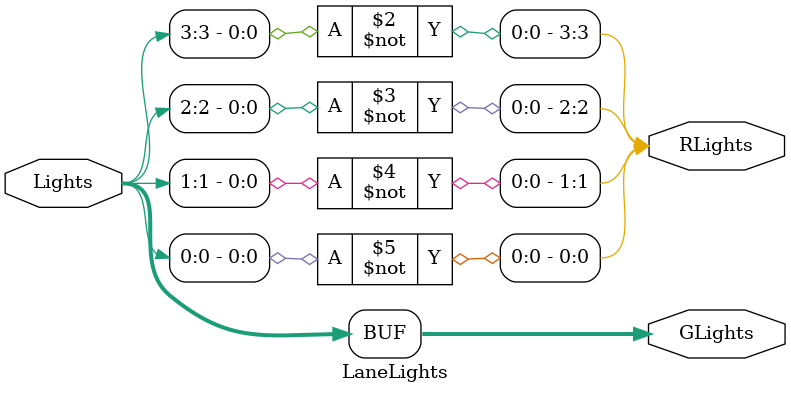
<source format=v>
module LaneLights(Lights,RLights,GLights);
	input [3:0] Lights;
	output [3:0] RLights,GLights;
	reg [3:0] RLights, GLights;
	
	always @(*)begin
		GLights[3] = Lights[3];
		GLights[2] = Lights[2];
		GLights[1] = Lights[1];
		GLights[0] = Lights[0];
		RLights[3] = ~Lights[3];
		RLights[2] = ~Lights[2];
		RLights[1] = ~Lights[1];
		RLights[0] = ~Lights[0];
	end
endmodule 
</source>
